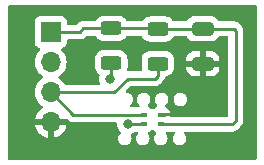
<source format=gbr>
%TF.GenerationSoftware,KiCad,Pcbnew,7.0.6-7.0.6~ubuntu22.04.1*%
%TF.CreationDate,2023-08-07T17:02:43+02:00*%
%TF.ProjectId,SHT45,53485434-352e-46b6-9963-61645f706362,rev?*%
%TF.SameCoordinates,Original*%
%TF.FileFunction,Copper,L1,Top*%
%TF.FilePolarity,Positive*%
%FSLAX46Y46*%
G04 Gerber Fmt 4.6, Leading zero omitted, Abs format (unit mm)*
G04 Created by KiCad (PCBNEW 7.0.6-7.0.6~ubuntu22.04.1) date 2023-08-07 17:02:43*
%MOMM*%
%LPD*%
G01*
G04 APERTURE LIST*
G04 Aperture macros list*
%AMRoundRect*
0 Rectangle with rounded corners*
0 $1 Rounding radius*
0 $2 $3 $4 $5 $6 $7 $8 $9 X,Y pos of 4 corners*
0 Add a 4 corners polygon primitive as box body*
4,1,4,$2,$3,$4,$5,$6,$7,$8,$9,$2,$3,0*
0 Add four circle primitives for the rounded corners*
1,1,$1+$1,$2,$3*
1,1,$1+$1,$4,$5*
1,1,$1+$1,$6,$7*
1,1,$1+$1,$8,$9*
0 Add four rect primitives between the rounded corners*
20,1,$1+$1,$2,$3,$4,$5,0*
20,1,$1+$1,$4,$5,$6,$7,0*
20,1,$1+$1,$6,$7,$8,$9,0*
20,1,$1+$1,$8,$9,$2,$3,0*%
G04 Aperture macros list end*
%TA.AperFunction,SMDPad,CuDef*%
%ADD10R,0.500000X0.300000*%
%TD*%
%TA.AperFunction,SMDPad,CuDef*%
%ADD11RoundRect,0.250000X-0.625000X0.312500X-0.625000X-0.312500X0.625000X-0.312500X0.625000X0.312500X0*%
%TD*%
%TA.AperFunction,ComponentPad*%
%ADD12R,1.700000X1.700000*%
%TD*%
%TA.AperFunction,ComponentPad*%
%ADD13O,1.700000X1.700000*%
%TD*%
%TA.AperFunction,SMDPad,CuDef*%
%ADD14RoundRect,0.250000X-0.650000X0.325000X-0.650000X-0.325000X0.650000X-0.325000X0.650000X0.325000X0*%
%TD*%
%TA.AperFunction,ViaPad*%
%ADD15C,0.800000*%
%TD*%
%TA.AperFunction,Conductor*%
%ADD16C,0.250000*%
%TD*%
G04 APERTURE END LIST*
D10*
%TO.P,SHT45,1,SDA*%
%TO.N,/SDA*%
X132970000Y-91198000D03*
%TO.P,SHT45,2,SCL*%
%TO.N,/SCL*%
X132970000Y-91998000D03*
%TO.P,SHT45,3,VDD*%
%TO.N,+3.3V*%
X134370000Y-91998000D03*
%TO.P,SHT45,4,VSS*%
%TO.N,GND*%
X134370000Y-91198000D03*
%TD*%
D11*
%TO.P,10k,1*%
%TO.N,+3.3V*%
X134112000Y-83943000D03*
%TO.P,10k,2*%
%TO.N,/SDA*%
X134112000Y-86868000D03*
%TD*%
%TO.P,10k,1*%
%TO.N,+3.3V*%
X130174000Y-83881000D03*
%TO.P,10k,2*%
%TO.N,/SCL*%
X130174000Y-86806000D03*
%TD*%
D12*
%TO.P,J1,1,Pin_1*%
%TO.N,+3.3V*%
X125044000Y-84196000D03*
D13*
%TO.P,J1,2,Pin_2*%
%TO.N,/SCL*%
X125044000Y-86736000D03*
%TO.P,J1,3,Pin_3*%
%TO.N,/SDA*%
X125044000Y-89276000D03*
%TO.P,J1,4,Pin_4*%
%TO.N,GND*%
X125044000Y-91816000D03*
%TD*%
D14*
%TO.P,100nF,1*%
%TO.N,+3.3V*%
X137922000Y-83918000D03*
%TO.P,100nF,2*%
%TO.N,GND*%
X137922000Y-86868000D03*
%TD*%
D15*
%TO.N,/SCL*%
X131572000Y-91948000D03*
X130048000Y-88138000D03*
%TD*%
D16*
%TO.N,/SCL*%
X130174000Y-86806000D02*
X130174000Y-88012000D01*
X130174000Y-88012000D02*
X130048000Y-88138000D01*
%TO.N,+3.3V*%
X127508000Y-84196000D02*
X125044000Y-84196000D01*
X130174000Y-83881000D02*
X127823000Y-83881000D01*
X127823000Y-83881000D02*
X127508000Y-84196000D01*
X130174000Y-83881000D02*
X134050000Y-83881000D01*
X134050000Y-83881000D02*
X134112000Y-83943000D01*
%TO.N,/SDA*%
X125044000Y-89276000D02*
X130434000Y-89276000D01*
X130434000Y-89276000D02*
X131572000Y-88138000D01*
X131572000Y-88138000D02*
X133858000Y-88138000D01*
X133858000Y-88138000D02*
X134112000Y-87884000D01*
X134112000Y-87884000D02*
X134112000Y-86868000D01*
%TO.N,+3.3V*%
X137922000Y-83918000D02*
X140560000Y-83918000D01*
X140716000Y-84074000D02*
X140716000Y-91694000D01*
X140560000Y-83918000D02*
X140716000Y-84074000D01*
X140716000Y-91694000D02*
X140412000Y-91998000D01*
X140412000Y-91998000D02*
X134370000Y-91998000D01*
%TO.N,/SCL*%
X131572000Y-91948000D02*
X131622000Y-91998000D01*
X131622000Y-91998000D02*
X132970000Y-91998000D01*
%TO.N,/SDA*%
X125044000Y-89276000D02*
X126966000Y-91198000D01*
X126966000Y-91198000D02*
X132970000Y-91198000D01*
%TO.N,/SCL*%
X130174000Y-86806000D02*
X130104000Y-86736000D01*
%TO.N,GND*%
X134696778Y-91186000D02*
X134620000Y-91186000D01*
%TO.N,+3.3V*%
X137922000Y-83918000D02*
X134137000Y-83918000D01*
X134137000Y-83918000D02*
X134112000Y-83943000D01*
%TD*%
%TA.AperFunction,Conductor*%
%TO.N,GND*%
G36*
X128858111Y-84526185D02*
G01*
X128896609Y-84565401D01*
X128956288Y-84662156D01*
X129080344Y-84786212D01*
X129229666Y-84878314D01*
X129396203Y-84933499D01*
X129498991Y-84944000D01*
X130849008Y-84943999D01*
X130951797Y-84933499D01*
X131118334Y-84878314D01*
X131267656Y-84786212D01*
X131391712Y-84662156D01*
X131451389Y-84565402D01*
X131503337Y-84518679D01*
X131556928Y-84506500D01*
X132691325Y-84506500D01*
X132758364Y-84526185D01*
X132796504Y-84569853D01*
X132798395Y-84568687D01*
X132802185Y-84574832D01*
X132802186Y-84574834D01*
X132894288Y-84724156D01*
X133018344Y-84848212D01*
X133167666Y-84940314D01*
X133334203Y-84995499D01*
X133436991Y-85006000D01*
X134787008Y-85005999D01*
X134889797Y-84995499D01*
X135056334Y-84940314D01*
X135205656Y-84848212D01*
X135329712Y-84724156D01*
X135404809Y-84602402D01*
X135456757Y-84555679D01*
X135510348Y-84543500D01*
X136506362Y-84543500D01*
X136573401Y-84563185D01*
X136611899Y-84602401D01*
X136679288Y-84711656D01*
X136803344Y-84835712D01*
X136952666Y-84927814D01*
X137119203Y-84982999D01*
X137221991Y-84993500D01*
X138622008Y-84993499D01*
X138724797Y-84982999D01*
X138891334Y-84927814D01*
X139040656Y-84835712D01*
X139164712Y-84711656D01*
X139232099Y-84602402D01*
X139284047Y-84555679D01*
X139337638Y-84543500D01*
X139966500Y-84543500D01*
X140033539Y-84563185D01*
X140079294Y-84615989D01*
X140090500Y-84667500D01*
X140090500Y-91248500D01*
X140070815Y-91315539D01*
X140018011Y-91361294D01*
X139966500Y-91372500D01*
X135195862Y-91372500D01*
X135128823Y-91352815D01*
X135122848Y-91348000D01*
X134675845Y-91348000D01*
X134669213Y-91347644D01*
X134668798Y-91347599D01*
X134667876Y-91347500D01*
X134667873Y-91347500D01*
X134344000Y-91347500D01*
X134276961Y-91327815D01*
X134231206Y-91275011D01*
X134220000Y-91223500D01*
X134220000Y-91172000D01*
X134239685Y-91104961D01*
X134292489Y-91059206D01*
X134344000Y-91048000D01*
X135120000Y-91048000D01*
X135120000Y-91000172D01*
X135119999Y-91000155D01*
X135113598Y-90940627D01*
X135113596Y-90940620D01*
X135063354Y-90805913D01*
X135063350Y-90805906D01*
X134977190Y-90690812D01*
X134977187Y-90690809D01*
X134862093Y-90604649D01*
X134862086Y-90604645D01*
X134811320Y-90585711D01*
X134755386Y-90543840D01*
X134730969Y-90478376D01*
X134745821Y-90410103D01*
X134766972Y-90381848D01*
X134768742Y-90380078D01*
X134794423Y-90360372D01*
X134803603Y-90355071D01*
X134823900Y-90332610D01*
X134838470Y-90321431D01*
X134849648Y-90306862D01*
X134868222Y-90293299D01*
X134877411Y-90277384D01*
X134897118Y-90251702D01*
X134904616Y-90244204D01*
X134918407Y-90217255D01*
X134929589Y-90202683D01*
X134936619Y-90185709D01*
X134951048Y-90167803D01*
X134955802Y-90150062D01*
X134968192Y-90120152D01*
X134973488Y-90110979D01*
X134979837Y-90081370D01*
X134986868Y-90064398D01*
X134994174Y-90008898D01*
X134995748Y-90000987D01*
X134998571Y-89990454D01*
X134998571Y-89990451D01*
X134999307Y-89987705D01*
X134999309Y-89987698D01*
X135005536Y-89964457D01*
X135005156Y-89956943D01*
X135442488Y-89956943D01*
X135447243Y-89974685D01*
X135451468Y-90006780D01*
X135451468Y-90017373D01*
X135460772Y-90046177D01*
X135463171Y-90064398D01*
X135463172Y-90064401D01*
X135470202Y-90081373D01*
X135472660Y-90104243D01*
X135481846Y-90120152D01*
X135494235Y-90150060D01*
X135496976Y-90160291D01*
X135513417Y-90185706D01*
X135520448Y-90202681D01*
X135531634Y-90217259D01*
X135539925Y-90238708D01*
X135552919Y-90251702D01*
X135572624Y-90277381D01*
X135577923Y-90286558D01*
X135600385Y-90306856D01*
X135606246Y-90314495D01*
X135611569Y-90321431D01*
X135626135Y-90332608D01*
X135626142Y-90332613D01*
X135639703Y-90351185D01*
X135655617Y-90360374D01*
X135681297Y-90380080D01*
X135688794Y-90387577D01*
X135715741Y-90401366D01*
X135715748Y-90401371D01*
X135730317Y-90412550D01*
X135747288Y-90419579D01*
X135765194Y-90434008D01*
X135782934Y-90438762D01*
X135812842Y-90451151D01*
X135822020Y-90456450D01*
X135851627Y-90462798D01*
X135851632Y-90462800D01*
X135868602Y-90469829D01*
X135886816Y-90472226D01*
X135907852Y-90481532D01*
X135926222Y-90481532D01*
X135958316Y-90485757D01*
X135968545Y-90488498D01*
X135998779Y-90486967D01*
X136017000Y-90489366D01*
X136035215Y-90486967D01*
X136057942Y-90490511D01*
X136075685Y-90485757D01*
X136107779Y-90481532D01*
X136118370Y-90481532D01*
X136147182Y-90472227D01*
X136165398Y-90469829D01*
X136182368Y-90462799D01*
X136205240Y-90460340D01*
X136221152Y-90451153D01*
X136251062Y-90438763D01*
X136261294Y-90436021D01*
X136286706Y-90419581D01*
X136303683Y-90412550D01*
X136318253Y-90401369D01*
X136339706Y-90393074D01*
X136352702Y-90380079D01*
X136378384Y-90360372D01*
X136387564Y-90355071D01*
X136407861Y-90332610D01*
X136422431Y-90321431D01*
X136433609Y-90306862D01*
X136452183Y-90293299D01*
X136461372Y-90277384D01*
X136481079Y-90251702D01*
X136488577Y-90244204D01*
X136502368Y-90217255D01*
X136513550Y-90202683D01*
X136520580Y-90185709D01*
X136535009Y-90167803D01*
X136539763Y-90150062D01*
X136552153Y-90120152D01*
X136557449Y-90110979D01*
X136563798Y-90081370D01*
X136570829Y-90064398D01*
X136578135Y-90008898D01*
X136579709Y-90000987D01*
X136582532Y-89990454D01*
X136582532Y-89990451D01*
X136583268Y-89987705D01*
X136583270Y-89987698D01*
X136589497Y-89964457D01*
X136587968Y-89934213D01*
X136590366Y-89916000D01*
X136587967Y-89897782D01*
X136591510Y-89875057D01*
X136583270Y-89844303D01*
X136583268Y-89844294D01*
X136582532Y-89841548D01*
X136582532Y-89841546D01*
X136579711Y-89831017D01*
X136578133Y-89823086D01*
X136570829Y-89767602D01*
X136563798Y-89750629D01*
X136561339Y-89727763D01*
X136552152Y-89711850D01*
X136539764Y-89681942D01*
X136537022Y-89671710D01*
X136520580Y-89646290D01*
X136513550Y-89629317D01*
X136513547Y-89629313D01*
X136502366Y-89614741D01*
X136494073Y-89593290D01*
X136481081Y-89580298D01*
X136461375Y-89554617D01*
X136456081Y-89545447D01*
X136433616Y-89525146D01*
X136422431Y-89510569D01*
X136422429Y-89510568D01*
X136422429Y-89510567D01*
X136407856Y-89499385D01*
X136394294Y-89480811D01*
X136378381Y-89471624D01*
X136352702Y-89451919D01*
X136345209Y-89444426D01*
X136318259Y-89430634D01*
X136303681Y-89419448D01*
X136286706Y-89412417D01*
X136268802Y-89397989D01*
X136251060Y-89393235D01*
X136221152Y-89380846D01*
X136211984Y-89375552D01*
X136182373Y-89369202D01*
X136165401Y-89362172D01*
X136165398Y-89362171D01*
X136147177Y-89359772D01*
X136126147Y-89350468D01*
X136107781Y-89350468D01*
X136075687Y-89346243D01*
X136065459Y-89343502D01*
X136035222Y-89345033D01*
X136017000Y-89342634D01*
X136016999Y-89342634D01*
X136016998Y-89342634D01*
X135998774Y-89345033D01*
X135976054Y-89341489D01*
X135958314Y-89346243D01*
X135926219Y-89350468D01*
X135915632Y-89350468D01*
X135886823Y-89359772D01*
X135868599Y-89362171D01*
X135851620Y-89369204D01*
X135828758Y-89371660D01*
X135812847Y-89380847D01*
X135782944Y-89393233D01*
X135772711Y-89395974D01*
X135747297Y-89412415D01*
X135730327Y-89419444D01*
X135730313Y-89419452D01*
X135715735Y-89430638D01*
X135694284Y-89438929D01*
X135681295Y-89451919D01*
X135655616Y-89471624D01*
X135646449Y-89476916D01*
X135626150Y-89499379D01*
X135611568Y-89510568D01*
X135600379Y-89525150D01*
X135581807Y-89538709D01*
X135572624Y-89554616D01*
X135552919Y-89580295D01*
X135545429Y-89587784D01*
X135531638Y-89614735D01*
X135520452Y-89629313D01*
X135520444Y-89629327D01*
X135513415Y-89646297D01*
X135498988Y-89664198D01*
X135494233Y-89681944D01*
X135481847Y-89711847D01*
X135476549Y-89721022D01*
X135470204Y-89750620D01*
X135463171Y-89767599D01*
X135460772Y-89785823D01*
X135451468Y-89806852D01*
X135451468Y-89825218D01*
X135447243Y-89857312D01*
X135444501Y-89867543D01*
X135446033Y-89897774D01*
X135443634Y-89915998D01*
X135443634Y-89916000D01*
X135443658Y-89916184D01*
X135446033Y-89934222D01*
X135442488Y-89956943D01*
X135005156Y-89956943D01*
X135004007Y-89934213D01*
X135006405Y-89916000D01*
X135004006Y-89897782D01*
X135007549Y-89875057D01*
X134999309Y-89844303D01*
X134999307Y-89844294D01*
X134998571Y-89841548D01*
X134998571Y-89841546D01*
X134995750Y-89831017D01*
X134994172Y-89823086D01*
X134986868Y-89767602D01*
X134979837Y-89750629D01*
X134977378Y-89727763D01*
X134968191Y-89711850D01*
X134955803Y-89681942D01*
X134953061Y-89671710D01*
X134936619Y-89646290D01*
X134929589Y-89629317D01*
X134929586Y-89629313D01*
X134918405Y-89614741D01*
X134910112Y-89593290D01*
X134897120Y-89580298D01*
X134877414Y-89554617D01*
X134872120Y-89545447D01*
X134849655Y-89525146D01*
X134838470Y-89510569D01*
X134838468Y-89510568D01*
X134838468Y-89510567D01*
X134823895Y-89499385D01*
X134810333Y-89480811D01*
X134794420Y-89471624D01*
X134768741Y-89451919D01*
X134761248Y-89444426D01*
X134734298Y-89430634D01*
X134719720Y-89419448D01*
X134702745Y-89412417D01*
X134684841Y-89397989D01*
X134667099Y-89393235D01*
X134637191Y-89380846D01*
X134628023Y-89375552D01*
X134598412Y-89369202D01*
X134581440Y-89362172D01*
X134581437Y-89362171D01*
X134563216Y-89359772D01*
X134542186Y-89350468D01*
X134523820Y-89350468D01*
X134491726Y-89346243D01*
X134481498Y-89343502D01*
X134451261Y-89345033D01*
X134433039Y-89342634D01*
X134433038Y-89342634D01*
X134433037Y-89342634D01*
X134414813Y-89345033D01*
X134392093Y-89341489D01*
X134374353Y-89346243D01*
X134342258Y-89350468D01*
X134331671Y-89350468D01*
X134302862Y-89359772D01*
X134284638Y-89362171D01*
X134267659Y-89369204D01*
X134244797Y-89371660D01*
X134228886Y-89380847D01*
X134198983Y-89393233D01*
X134188750Y-89395974D01*
X134163336Y-89412415D01*
X134146366Y-89419444D01*
X134146352Y-89419452D01*
X134131774Y-89430638D01*
X134110323Y-89438929D01*
X134097334Y-89451919D01*
X134071655Y-89471624D01*
X134062488Y-89476916D01*
X134042189Y-89499379D01*
X134027607Y-89510568D01*
X134016418Y-89525150D01*
X133997846Y-89538709D01*
X133988663Y-89554616D01*
X133968958Y-89580295D01*
X133961468Y-89587784D01*
X133947677Y-89614735D01*
X133936491Y-89629313D01*
X133936483Y-89629327D01*
X133929454Y-89646297D01*
X133915027Y-89664198D01*
X133910272Y-89681944D01*
X133897886Y-89711847D01*
X133892588Y-89721022D01*
X133886243Y-89750620D01*
X133879210Y-89767600D01*
X133876811Y-89785824D01*
X133867506Y-89806856D01*
X133867506Y-89825222D01*
X133863281Y-89857316D01*
X133860540Y-89867544D01*
X133862072Y-89897774D01*
X133859673Y-89915998D01*
X133859673Y-89916000D01*
X133859697Y-89916184D01*
X133862072Y-89934222D01*
X133858527Y-89956944D01*
X133863281Y-89974683D01*
X133867506Y-90006777D01*
X133867506Y-90017364D01*
X133876811Y-90046175D01*
X133879210Y-90064396D01*
X133879211Y-90064401D01*
X133886241Y-90081373D01*
X133888699Y-90104243D01*
X133897885Y-90120152D01*
X133910274Y-90150060D01*
X133913015Y-90160291D01*
X133929456Y-90185706D01*
X133936487Y-90202681D01*
X133947673Y-90217259D01*
X133955964Y-90238708D01*
X133968958Y-90251702D01*
X133988663Y-90277381D01*
X133993962Y-90286558D01*
X134016424Y-90306856D01*
X134022285Y-90314495D01*
X134027608Y-90321431D01*
X134042174Y-90332608D01*
X134042181Y-90332613D01*
X134083383Y-90389042D01*
X134087537Y-90458788D01*
X134069801Y-90499870D01*
X134064031Y-90508507D01*
X134063791Y-90508346D01*
X134060202Y-90517314D01*
X134006062Y-90556849D01*
X133877911Y-90604646D01*
X133877906Y-90604649D01*
X133762812Y-90690809D01*
X133758038Y-90695584D01*
X133696715Y-90729069D01*
X133627023Y-90724085D01*
X133582676Y-90695584D01*
X133577544Y-90690452D01*
X133462335Y-90604206D01*
X133462330Y-90604203D01*
X133335759Y-90556995D01*
X133279826Y-90515123D01*
X133276485Y-90506167D01*
X133272286Y-90499883D01*
X133262570Y-90468859D01*
X133255409Y-90449659D01*
X133255879Y-90447494D01*
X133251405Y-90433206D01*
X133269886Y-90365825D01*
X133299900Y-90332610D01*
X133314470Y-90321431D01*
X133325648Y-90306862D01*
X133344222Y-90293299D01*
X133353411Y-90277384D01*
X133373118Y-90251702D01*
X133380616Y-90244204D01*
X133394407Y-90217255D01*
X133405589Y-90202683D01*
X133412619Y-90185709D01*
X133427048Y-90167803D01*
X133431802Y-90150062D01*
X133444192Y-90120152D01*
X133449488Y-90110979D01*
X133455837Y-90081370D01*
X133462868Y-90064398D01*
X133470174Y-90008898D01*
X133471748Y-90000987D01*
X133474571Y-89990454D01*
X133474571Y-89990451D01*
X133475307Y-89987705D01*
X133475309Y-89987698D01*
X133481536Y-89964457D01*
X133480007Y-89934213D01*
X133482405Y-89916000D01*
X133480006Y-89897782D01*
X133483549Y-89875057D01*
X133475309Y-89844303D01*
X133475307Y-89844294D01*
X133474571Y-89841548D01*
X133474571Y-89841546D01*
X133471750Y-89831017D01*
X133470172Y-89823086D01*
X133462868Y-89767602D01*
X133455837Y-89750629D01*
X133453378Y-89727763D01*
X133444191Y-89711850D01*
X133431803Y-89681942D01*
X133429061Y-89671710D01*
X133412619Y-89646290D01*
X133405589Y-89629317D01*
X133405586Y-89629313D01*
X133394405Y-89614741D01*
X133386112Y-89593290D01*
X133373120Y-89580298D01*
X133353414Y-89554617D01*
X133348120Y-89545447D01*
X133325655Y-89525146D01*
X133314470Y-89510569D01*
X133314468Y-89510568D01*
X133314468Y-89510567D01*
X133299895Y-89499385D01*
X133286333Y-89480811D01*
X133270420Y-89471624D01*
X133244741Y-89451919D01*
X133237248Y-89444426D01*
X133210298Y-89430634D01*
X133195720Y-89419448D01*
X133178745Y-89412417D01*
X133160841Y-89397989D01*
X133143099Y-89393235D01*
X133113191Y-89380846D01*
X133104023Y-89375552D01*
X133074412Y-89369202D01*
X133057440Y-89362172D01*
X133057437Y-89362171D01*
X133039216Y-89359772D01*
X133018186Y-89350468D01*
X132999820Y-89350468D01*
X132967726Y-89346243D01*
X132957498Y-89343502D01*
X132927261Y-89345033D01*
X132909039Y-89342634D01*
X132909038Y-89342634D01*
X132909037Y-89342634D01*
X132890813Y-89345033D01*
X132868093Y-89341489D01*
X132850353Y-89346243D01*
X132818258Y-89350468D01*
X132807671Y-89350468D01*
X132778862Y-89359772D01*
X132760638Y-89362171D01*
X132743659Y-89369204D01*
X132720797Y-89371660D01*
X132704886Y-89380847D01*
X132674983Y-89393233D01*
X132664750Y-89395974D01*
X132639336Y-89412415D01*
X132622366Y-89419444D01*
X132622352Y-89419452D01*
X132607774Y-89430638D01*
X132586323Y-89438929D01*
X132573334Y-89451919D01*
X132547655Y-89471624D01*
X132538488Y-89476916D01*
X132518189Y-89499379D01*
X132503607Y-89510568D01*
X132492418Y-89525150D01*
X132473846Y-89538709D01*
X132464663Y-89554616D01*
X132444958Y-89580295D01*
X132437468Y-89587784D01*
X132423677Y-89614735D01*
X132412491Y-89629313D01*
X132412483Y-89629327D01*
X132405454Y-89646297D01*
X132391027Y-89664198D01*
X132386272Y-89681944D01*
X132373886Y-89711847D01*
X132368588Y-89721022D01*
X132362243Y-89750620D01*
X132355210Y-89767600D01*
X132352811Y-89785824D01*
X132343506Y-89806856D01*
X132343506Y-89825222D01*
X132339281Y-89857316D01*
X132336540Y-89867544D01*
X132338072Y-89897774D01*
X132335673Y-89915998D01*
X132335673Y-89916000D01*
X132335697Y-89916184D01*
X132338072Y-89934222D01*
X132334527Y-89956944D01*
X132339281Y-89974683D01*
X132343506Y-90006777D01*
X132343506Y-90017364D01*
X132352811Y-90046175D01*
X132355210Y-90064396D01*
X132355211Y-90064401D01*
X132362241Y-90081373D01*
X132364699Y-90104243D01*
X132373885Y-90120152D01*
X132386274Y-90150060D01*
X132389015Y-90160291D01*
X132405456Y-90185706D01*
X132412487Y-90202681D01*
X132423673Y-90217259D01*
X132431964Y-90238708D01*
X132444958Y-90251702D01*
X132464663Y-90277381D01*
X132469962Y-90286558D01*
X132492424Y-90306856D01*
X132498285Y-90314495D01*
X132503608Y-90321431D01*
X132518174Y-90332608D01*
X132518181Y-90332613D01*
X132557380Y-90386299D01*
X132562511Y-90391680D01*
X132575734Y-90460287D01*
X132549766Y-90525152D01*
X132492852Y-90565680D01*
X132452295Y-90572500D01*
X131901742Y-90572500D01*
X131834703Y-90552815D01*
X131788948Y-90500011D01*
X131779004Y-90430853D01*
X131801555Y-90381472D01*
X131805847Y-90365825D01*
X131835861Y-90332610D01*
X131850431Y-90321431D01*
X131861609Y-90306862D01*
X131880183Y-90293299D01*
X131889372Y-90277384D01*
X131909079Y-90251702D01*
X131916577Y-90244204D01*
X131930368Y-90217255D01*
X131941550Y-90202683D01*
X131948580Y-90185709D01*
X131963009Y-90167803D01*
X131967763Y-90150062D01*
X131980153Y-90120152D01*
X131985449Y-90110979D01*
X131991798Y-90081370D01*
X131998829Y-90064398D01*
X132006135Y-90008898D01*
X132007709Y-90000987D01*
X132010532Y-89990454D01*
X132010532Y-89990451D01*
X132011268Y-89987705D01*
X132011270Y-89987698D01*
X132017497Y-89964457D01*
X132015968Y-89934213D01*
X132018366Y-89916000D01*
X132015967Y-89897782D01*
X132019510Y-89875057D01*
X132011270Y-89844303D01*
X132011268Y-89844294D01*
X132010532Y-89841548D01*
X132010532Y-89841546D01*
X132007711Y-89831017D01*
X132006133Y-89823086D01*
X131998829Y-89767602D01*
X131991798Y-89750629D01*
X131989339Y-89727763D01*
X131980152Y-89711850D01*
X131967764Y-89681942D01*
X131965022Y-89671710D01*
X131948580Y-89646290D01*
X131941550Y-89629317D01*
X131941547Y-89629313D01*
X131930366Y-89614741D01*
X131922073Y-89593290D01*
X131909081Y-89580298D01*
X131889375Y-89554617D01*
X131884081Y-89545447D01*
X131861616Y-89525146D01*
X131850431Y-89510569D01*
X131850429Y-89510568D01*
X131850429Y-89510567D01*
X131835856Y-89499385D01*
X131822294Y-89480811D01*
X131806381Y-89471624D01*
X131780702Y-89451919D01*
X131773209Y-89444426D01*
X131746259Y-89430634D01*
X131731681Y-89419448D01*
X131714706Y-89412417D01*
X131696802Y-89397989D01*
X131679060Y-89393235D01*
X131649152Y-89380846D01*
X131639984Y-89375552D01*
X131610373Y-89369202D01*
X131593401Y-89362172D01*
X131593398Y-89362171D01*
X131575177Y-89359772D01*
X131554147Y-89350468D01*
X131543484Y-89350468D01*
X131476445Y-89330783D01*
X131430690Y-89277979D01*
X131420746Y-89208821D01*
X131449771Y-89145265D01*
X131455803Y-89138787D01*
X131794772Y-88799819D01*
X131856095Y-88766334D01*
X131882453Y-88763500D01*
X133775257Y-88763500D01*
X133790877Y-88765224D01*
X133790904Y-88764939D01*
X133798660Y-88765671D01*
X133798667Y-88765673D01*
X133867814Y-88763500D01*
X133897350Y-88763500D01*
X133904228Y-88762630D01*
X133910041Y-88762172D01*
X133956627Y-88760709D01*
X133975869Y-88755117D01*
X133994912Y-88751174D01*
X134014792Y-88748664D01*
X134058122Y-88731507D01*
X134063646Y-88729617D01*
X134067396Y-88728527D01*
X134108390Y-88716618D01*
X134125629Y-88706422D01*
X134143103Y-88697862D01*
X134161727Y-88690488D01*
X134161727Y-88690487D01*
X134161732Y-88690486D01*
X134199449Y-88663082D01*
X134204305Y-88659892D01*
X134244420Y-88636170D01*
X134258589Y-88621999D01*
X134273379Y-88609368D01*
X134289587Y-88597594D01*
X134319289Y-88561688D01*
X134323211Y-88557377D01*
X134495788Y-88384801D01*
X134508050Y-88374979D01*
X134507867Y-88374758D01*
X134513876Y-88369787D01*
X134561227Y-88319363D01*
X134582115Y-88298476D01*
X134582115Y-88298475D01*
X134582120Y-88298471D01*
X134586379Y-88292978D01*
X134590152Y-88288561D01*
X134622062Y-88254582D01*
X134631713Y-88237024D01*
X134642396Y-88220761D01*
X134654673Y-88204936D01*
X134673185Y-88162153D01*
X134675738Y-88156941D01*
X134698197Y-88116092D01*
X134703180Y-88096680D01*
X134709481Y-88078280D01*
X134717437Y-88059896D01*
X134722114Y-88030364D01*
X134752041Y-87967231D01*
X134811352Y-87930299D01*
X134831982Y-87926404D01*
X134889797Y-87920499D01*
X135056334Y-87865314D01*
X135205656Y-87773212D01*
X135329712Y-87649156D01*
X135421814Y-87499834D01*
X135476999Y-87333297D01*
X135487500Y-87230509D01*
X135487500Y-87118000D01*
X136522001Y-87118000D01*
X136522001Y-87242986D01*
X136532494Y-87345697D01*
X136587641Y-87512119D01*
X136587643Y-87512124D01*
X136679684Y-87661345D01*
X136803654Y-87785315D01*
X136952875Y-87877356D01*
X136952880Y-87877358D01*
X137119302Y-87932505D01*
X137119309Y-87932506D01*
X137222019Y-87942999D01*
X137671999Y-87942999D01*
X137672000Y-87942998D01*
X137672000Y-87118000D01*
X138172000Y-87118000D01*
X138172000Y-87942999D01*
X138621972Y-87942999D01*
X138621986Y-87942998D01*
X138724697Y-87932505D01*
X138891119Y-87877358D01*
X138891124Y-87877356D01*
X139040345Y-87785315D01*
X139164315Y-87661345D01*
X139256356Y-87512124D01*
X139256358Y-87512119D01*
X139311505Y-87345697D01*
X139311506Y-87345690D01*
X139321999Y-87242986D01*
X139322000Y-87242973D01*
X139322000Y-87118000D01*
X138172000Y-87118000D01*
X137672000Y-87118000D01*
X136522001Y-87118000D01*
X135487500Y-87118000D01*
X135487499Y-86618000D01*
X136522000Y-86618000D01*
X137672000Y-86618000D01*
X137672000Y-85793000D01*
X138172000Y-85793000D01*
X138172000Y-86618000D01*
X139321999Y-86618000D01*
X139321999Y-86493028D01*
X139321998Y-86493013D01*
X139311505Y-86390302D01*
X139256358Y-86223880D01*
X139256356Y-86223875D01*
X139164315Y-86074654D01*
X139040345Y-85950684D01*
X138891124Y-85858643D01*
X138891119Y-85858641D01*
X138724697Y-85803494D01*
X138724690Y-85803493D01*
X138621986Y-85793000D01*
X138172000Y-85793000D01*
X137672000Y-85793000D01*
X137222028Y-85793000D01*
X137222012Y-85793001D01*
X137119302Y-85803494D01*
X136952880Y-85858641D01*
X136952875Y-85858643D01*
X136803654Y-85950684D01*
X136679684Y-86074654D01*
X136587643Y-86223875D01*
X136587641Y-86223880D01*
X136532494Y-86390302D01*
X136532493Y-86390309D01*
X136522000Y-86493013D01*
X136522000Y-86618000D01*
X135487499Y-86618000D01*
X135487499Y-86505492D01*
X135486998Y-86500592D01*
X135476999Y-86402703D01*
X135476998Y-86402700D01*
X135472890Y-86390302D01*
X135421814Y-86236166D01*
X135329712Y-86086844D01*
X135205656Y-85962788D01*
X135056334Y-85870686D01*
X134889797Y-85815501D01*
X134889795Y-85815500D01*
X134787010Y-85805000D01*
X133436998Y-85805000D01*
X133436981Y-85805001D01*
X133334203Y-85815500D01*
X133334200Y-85815501D01*
X133167668Y-85870685D01*
X133167663Y-85870687D01*
X133018342Y-85962789D01*
X132894289Y-86086842D01*
X132802187Y-86236163D01*
X132802185Y-86236166D01*
X132802186Y-86236166D01*
X132747001Y-86402703D01*
X132747001Y-86402704D01*
X132747000Y-86402704D01*
X132736500Y-86505483D01*
X132736500Y-87230501D01*
X132736501Y-87230519D01*
X132747000Y-87333296D01*
X132747001Y-87333301D01*
X132752369Y-87349499D01*
X132754769Y-87419327D01*
X132719036Y-87479368D01*
X132656515Y-87510559D01*
X132634662Y-87512500D01*
X131654743Y-87512500D01*
X131639122Y-87510775D01*
X131639096Y-87511061D01*
X131623562Y-87509592D01*
X131623790Y-87507176D01*
X131567794Y-87492623D01*
X131520408Y-87441278D01*
X131508304Y-87372465D01*
X131513825Y-87347265D01*
X131538999Y-87271297D01*
X131549500Y-87168509D01*
X131549499Y-86443492D01*
X131545332Y-86402704D01*
X131538999Y-86340703D01*
X131538998Y-86340700D01*
X131516347Y-86272344D01*
X131483814Y-86174166D01*
X131391712Y-86024844D01*
X131267656Y-85900788D01*
X131129383Y-85815501D01*
X131118336Y-85808687D01*
X131118331Y-85808685D01*
X131107210Y-85805000D01*
X130951797Y-85753501D01*
X130951795Y-85753500D01*
X130849010Y-85743000D01*
X129498998Y-85743000D01*
X129498981Y-85743001D01*
X129396203Y-85753500D01*
X129396200Y-85753501D01*
X129229668Y-85808685D01*
X129229663Y-85808687D01*
X129080342Y-85900789D01*
X128956289Y-86024842D01*
X128864187Y-86174163D01*
X128864185Y-86174168D01*
X128836349Y-86258170D01*
X128809001Y-86340703D01*
X128809001Y-86340704D01*
X128809000Y-86340704D01*
X128798500Y-86443483D01*
X128798500Y-87168501D01*
X128798501Y-87168519D01*
X128809000Y-87271296D01*
X128809001Y-87271299D01*
X128842525Y-87372465D01*
X128864186Y-87437834D01*
X128956288Y-87587156D01*
X129080344Y-87711212D01*
X129107318Y-87727850D01*
X129130251Y-87741995D01*
X129176976Y-87793943D01*
X129188197Y-87862905D01*
X129183086Y-87885849D01*
X129162326Y-87949742D01*
X129162326Y-87949743D01*
X129144843Y-88116092D01*
X129142540Y-88138000D01*
X129162326Y-88326256D01*
X129162327Y-88326259D01*
X129214939Y-88488182D01*
X129216934Y-88558023D01*
X129180854Y-88617856D01*
X129118153Y-88648684D01*
X129097008Y-88650500D01*
X126319227Y-88650500D01*
X126252188Y-88630815D01*
X126217652Y-88597623D01*
X126082494Y-88404597D01*
X125915402Y-88237506D01*
X125915401Y-88237505D01*
X125742010Y-88116095D01*
X125729841Y-88107574D01*
X125686216Y-88052997D01*
X125679024Y-87983498D01*
X125710546Y-87921144D01*
X125729836Y-87904428D01*
X125915401Y-87774495D01*
X126082495Y-87607401D01*
X126218035Y-87413830D01*
X126317903Y-87199663D01*
X126379063Y-86971408D01*
X126399659Y-86736000D01*
X126379063Y-86500592D01*
X126317903Y-86272337D01*
X126218035Y-86058171D01*
X126194699Y-86024844D01*
X126082496Y-85864600D01*
X126022896Y-85805000D01*
X125960567Y-85742671D01*
X125927084Y-85681351D01*
X125932068Y-85611659D01*
X125973939Y-85555725D01*
X126004915Y-85538810D01*
X126136331Y-85489796D01*
X126251546Y-85403546D01*
X126337796Y-85288331D01*
X126388091Y-85153483D01*
X126394500Y-85093873D01*
X126394500Y-84945499D01*
X126414185Y-84878461D01*
X126466989Y-84832706D01*
X126518500Y-84821500D01*
X127425257Y-84821500D01*
X127440877Y-84823224D01*
X127440904Y-84822939D01*
X127448660Y-84823671D01*
X127448667Y-84823673D01*
X127517814Y-84821500D01*
X127547350Y-84821500D01*
X127554228Y-84820630D01*
X127560041Y-84820172D01*
X127606627Y-84818709D01*
X127625869Y-84813117D01*
X127644912Y-84809174D01*
X127664792Y-84806664D01*
X127708122Y-84789507D01*
X127713646Y-84787617D01*
X127718489Y-84786210D01*
X127758390Y-84774618D01*
X127775629Y-84764422D01*
X127793103Y-84755862D01*
X127811727Y-84748488D01*
X127811727Y-84748487D01*
X127811732Y-84748486D01*
X127849449Y-84721082D01*
X127854305Y-84717892D01*
X127894420Y-84694170D01*
X127908589Y-84679999D01*
X127923379Y-84667368D01*
X127939587Y-84655594D01*
X127969294Y-84619682D01*
X127973206Y-84615382D01*
X128004720Y-84583868D01*
X128045773Y-84542818D01*
X128107097Y-84509333D01*
X128133453Y-84506500D01*
X128791072Y-84506500D01*
X128858111Y-84526185D01*
G37*
%TD.AperFunction*%
%TA.AperFunction,Conductor*%
G36*
X142436539Y-81935185D02*
G01*
X142482294Y-81987989D01*
X142493500Y-82039500D01*
X142493500Y-94871500D01*
X142473815Y-94938539D01*
X142421011Y-94984294D01*
X142369500Y-94995500D01*
X121536500Y-94995500D01*
X121469461Y-94975815D01*
X121423706Y-94923011D01*
X121412500Y-94871500D01*
X121412500Y-89276000D01*
X123688341Y-89276000D01*
X123708936Y-89511403D01*
X123708938Y-89511413D01*
X123770094Y-89739655D01*
X123770096Y-89739659D01*
X123770097Y-89739663D01*
X123852410Y-89916184D01*
X123869965Y-89953830D01*
X123869967Y-89953834D01*
X124005501Y-90147395D01*
X124005506Y-90147402D01*
X124172597Y-90314493D01*
X124172603Y-90314498D01*
X124198467Y-90332608D01*
X124338775Y-90430853D01*
X124358594Y-90444730D01*
X124402219Y-90499307D01*
X124409413Y-90568805D01*
X124377890Y-90631160D01*
X124358595Y-90647880D01*
X124172922Y-90777890D01*
X124172920Y-90777891D01*
X124005891Y-90944920D01*
X124005886Y-90944926D01*
X123870400Y-91138420D01*
X123870399Y-91138422D01*
X123770570Y-91352507D01*
X123770567Y-91352513D01*
X123713364Y-91565999D01*
X123713364Y-91566000D01*
X124610314Y-91566000D01*
X124584507Y-91606156D01*
X124544000Y-91744111D01*
X124544000Y-91887889D01*
X124584507Y-92025844D01*
X124610314Y-92066000D01*
X123713364Y-92066000D01*
X123770567Y-92279486D01*
X123770570Y-92279492D01*
X123870399Y-92493578D01*
X124005894Y-92687082D01*
X124172917Y-92854105D01*
X124366421Y-92989600D01*
X124580507Y-93089429D01*
X124580516Y-93089433D01*
X124794000Y-93146634D01*
X124794000Y-92251501D01*
X124901685Y-92300680D01*
X125008237Y-92316000D01*
X125079763Y-92316000D01*
X125186315Y-92300680D01*
X125294000Y-92251501D01*
X125294000Y-93146633D01*
X125507483Y-93089433D01*
X125507492Y-93089429D01*
X125721578Y-92989600D01*
X125915082Y-92854105D01*
X126082105Y-92687082D01*
X126217600Y-92493578D01*
X126317429Y-92279492D01*
X126317432Y-92279486D01*
X126374636Y-92066000D01*
X125477686Y-92066000D01*
X125503493Y-92025844D01*
X125544000Y-91887889D01*
X125544000Y-91744111D01*
X125503493Y-91606156D01*
X125477686Y-91566000D01*
X126395043Y-91566000D01*
X126462082Y-91585685D01*
X126479926Y-91599607D01*
X126480214Y-91599877D01*
X126530635Y-91647226D01*
X126551529Y-91668120D01*
X126557011Y-91672373D01*
X126561443Y-91676157D01*
X126595418Y-91708062D01*
X126612976Y-91717714D01*
X126629235Y-91728395D01*
X126645064Y-91740673D01*
X126687838Y-91759182D01*
X126693056Y-91761738D01*
X126733908Y-91784197D01*
X126753316Y-91789180D01*
X126771717Y-91795480D01*
X126790104Y-91803437D01*
X126833488Y-91810308D01*
X126836119Y-91810725D01*
X126841839Y-91811909D01*
X126886981Y-91823500D01*
X126907016Y-91823500D01*
X126926414Y-91825026D01*
X126946194Y-91828159D01*
X126946195Y-91828160D01*
X126946195Y-91828159D01*
X126946196Y-91828160D01*
X126992583Y-91823775D01*
X126998422Y-91823500D01*
X130542540Y-91823500D01*
X130609579Y-91843185D01*
X130655334Y-91895989D01*
X130665256Y-91941600D01*
X130665861Y-91941537D01*
X130666438Y-91947035D01*
X130666540Y-91947500D01*
X130666540Y-91947997D01*
X130666540Y-91948000D01*
X130686326Y-92136256D01*
X130686327Y-92136259D01*
X130744818Y-92316277D01*
X130744821Y-92316284D01*
X130839467Y-92480216D01*
X130950898Y-92603972D01*
X130981128Y-92666963D01*
X130972503Y-92736298D01*
X130962661Y-92748102D01*
X130957156Y-92768172D01*
X130927152Y-92801378D01*
X130912567Y-92812570D01*
X130901379Y-92827150D01*
X130882807Y-92840709D01*
X130873624Y-92856616D01*
X130853919Y-92882295D01*
X130846429Y-92889784D01*
X130832638Y-92916735D01*
X130821452Y-92931313D01*
X130821444Y-92931327D01*
X130814415Y-92948297D01*
X130799988Y-92966198D01*
X130795233Y-92983944D01*
X130782847Y-93013847D01*
X130777549Y-93023022D01*
X130771204Y-93052620D01*
X130764171Y-93069599D01*
X130761772Y-93087823D01*
X130752468Y-93108852D01*
X130752468Y-93127218D01*
X130748243Y-93159312D01*
X130745501Y-93169543D01*
X130747033Y-93199774D01*
X130744634Y-93217998D01*
X130744634Y-93218000D01*
X130747031Y-93236209D01*
X130747033Y-93236222D01*
X130743488Y-93258943D01*
X130748243Y-93276685D01*
X130752468Y-93308780D01*
X130752468Y-93319373D01*
X130761772Y-93348177D01*
X130764171Y-93366398D01*
X130764172Y-93366401D01*
X130771202Y-93383373D01*
X130773660Y-93406243D01*
X130782846Y-93422152D01*
X130795235Y-93452060D01*
X130797976Y-93462291D01*
X130814417Y-93487706D01*
X130821448Y-93504681D01*
X130832634Y-93519259D01*
X130840925Y-93540708D01*
X130853919Y-93553702D01*
X130873624Y-93579381D01*
X130878923Y-93588558D01*
X130901385Y-93608856D01*
X130912569Y-93623431D01*
X130927135Y-93634608D01*
X130927142Y-93634613D01*
X130940703Y-93653185D01*
X130956617Y-93662374D01*
X130982297Y-93682080D01*
X130989794Y-93689577D01*
X131016741Y-93703366D01*
X131016748Y-93703371D01*
X131031317Y-93714550D01*
X131048288Y-93721579D01*
X131066194Y-93736008D01*
X131083934Y-93740762D01*
X131113842Y-93753151D01*
X131123020Y-93758450D01*
X131152627Y-93764798D01*
X131152632Y-93764800D01*
X131169602Y-93771829D01*
X131187816Y-93774226D01*
X131208852Y-93783532D01*
X131227222Y-93783532D01*
X131259316Y-93787757D01*
X131269545Y-93790498D01*
X131299779Y-93788967D01*
X131318000Y-93791366D01*
X131336215Y-93788967D01*
X131358942Y-93792511D01*
X131376685Y-93787757D01*
X131408779Y-93783532D01*
X131419370Y-93783532D01*
X131448182Y-93774227D01*
X131466398Y-93771829D01*
X131483368Y-93764799D01*
X131506240Y-93762340D01*
X131522152Y-93753153D01*
X131552062Y-93740763D01*
X131562294Y-93738021D01*
X131587706Y-93721581D01*
X131604683Y-93714550D01*
X131619253Y-93703369D01*
X131640706Y-93695074D01*
X131653702Y-93682079D01*
X131679384Y-93662372D01*
X131688564Y-93657071D01*
X131708861Y-93634610D01*
X131723431Y-93623431D01*
X131734609Y-93608862D01*
X131753183Y-93595299D01*
X131762372Y-93579384D01*
X131782079Y-93553702D01*
X131789577Y-93546204D01*
X131803368Y-93519255D01*
X131814550Y-93504683D01*
X131821580Y-93487709D01*
X131836009Y-93469803D01*
X131840763Y-93452062D01*
X131853153Y-93422152D01*
X131858449Y-93412979D01*
X131864798Y-93383370D01*
X131871829Y-93366398D01*
X131879135Y-93310898D01*
X131880709Y-93302987D01*
X131883532Y-93292454D01*
X131883931Y-93290968D01*
X131884266Y-93289714D01*
X131884270Y-93289698D01*
X131890497Y-93266457D01*
X131888968Y-93236213D01*
X131891366Y-93218000D01*
X131888967Y-93199782D01*
X131892510Y-93177057D01*
X131884270Y-93146303D01*
X131884268Y-93146294D01*
X131883532Y-93143548D01*
X131883532Y-93143546D01*
X131880711Y-93133017D01*
X131879133Y-93125086D01*
X131871829Y-93069602D01*
X131864798Y-93052629D01*
X131862339Y-93029763D01*
X131853152Y-93013850D01*
X131840764Y-92983942D01*
X131827506Y-92934462D01*
X131829169Y-92864612D01*
X131868332Y-92806750D01*
X131896845Y-92789090D01*
X131950621Y-92765147D01*
X132024730Y-92732151D01*
X132074503Y-92695989D01*
X132141681Y-92647182D01*
X132207487Y-92623702D01*
X132214566Y-92623500D01*
X132317439Y-92623500D01*
X132384478Y-92643185D01*
X132430233Y-92695989D01*
X132440177Y-92765147D01*
X132424826Y-92809500D01*
X132397624Y-92856615D01*
X132377919Y-92882295D01*
X132370429Y-92889784D01*
X132356638Y-92916735D01*
X132345452Y-92931313D01*
X132345444Y-92931327D01*
X132338415Y-92948297D01*
X132323988Y-92966198D01*
X132319233Y-92983944D01*
X132306847Y-93013847D01*
X132301549Y-93023022D01*
X132295204Y-93052620D01*
X132288171Y-93069599D01*
X132285772Y-93087823D01*
X132276467Y-93108853D01*
X132276467Y-93127220D01*
X132272242Y-93159310D01*
X132269501Y-93169539D01*
X132271033Y-93199774D01*
X132268634Y-93217998D01*
X132268634Y-93218000D01*
X132271031Y-93236209D01*
X132271033Y-93236222D01*
X132267488Y-93258946D01*
X132272242Y-93276687D01*
X132276467Y-93308778D01*
X132276467Y-93319370D01*
X132285772Y-93348177D01*
X132288171Y-93366398D01*
X132288172Y-93366401D01*
X132295202Y-93383373D01*
X132297660Y-93406243D01*
X132306846Y-93422152D01*
X132319235Y-93452060D01*
X132321976Y-93462291D01*
X132338417Y-93487706D01*
X132345448Y-93504681D01*
X132356634Y-93519259D01*
X132364925Y-93540708D01*
X132377919Y-93553702D01*
X132397624Y-93579381D01*
X132402923Y-93588558D01*
X132425385Y-93608856D01*
X132436569Y-93623431D01*
X132451135Y-93634608D01*
X132451142Y-93634613D01*
X132464703Y-93653185D01*
X132480617Y-93662374D01*
X132506297Y-93682080D01*
X132513794Y-93689577D01*
X132540741Y-93703366D01*
X132540748Y-93703371D01*
X132555317Y-93714550D01*
X132572288Y-93721579D01*
X132590194Y-93736008D01*
X132607934Y-93740762D01*
X132637842Y-93753151D01*
X132647020Y-93758450D01*
X132676627Y-93764798D01*
X132676632Y-93764800D01*
X132693602Y-93771829D01*
X132711816Y-93774226D01*
X132732852Y-93783532D01*
X132751222Y-93783532D01*
X132783316Y-93787757D01*
X132793545Y-93790498D01*
X132823779Y-93788967D01*
X132842000Y-93791366D01*
X132860215Y-93788967D01*
X132882942Y-93792511D01*
X132900685Y-93787757D01*
X132932779Y-93783532D01*
X132943370Y-93783532D01*
X132972182Y-93774227D01*
X132990398Y-93771829D01*
X133007368Y-93764799D01*
X133030240Y-93762340D01*
X133046152Y-93753153D01*
X133076062Y-93740763D01*
X133086294Y-93738021D01*
X133111706Y-93721581D01*
X133128683Y-93714550D01*
X133143253Y-93703369D01*
X133164706Y-93695074D01*
X133177702Y-93682079D01*
X133203384Y-93662372D01*
X133212564Y-93657071D01*
X133232861Y-93634610D01*
X133247431Y-93623431D01*
X133258609Y-93608862D01*
X133277183Y-93595299D01*
X133286372Y-93579384D01*
X133306079Y-93553702D01*
X133313577Y-93546204D01*
X133327368Y-93519255D01*
X133338550Y-93504683D01*
X133345580Y-93487709D01*
X133360009Y-93469803D01*
X133364763Y-93452062D01*
X133377153Y-93422152D01*
X133382449Y-93412979D01*
X133388798Y-93383370D01*
X133395829Y-93366398D01*
X133403135Y-93310898D01*
X133404709Y-93302987D01*
X133407532Y-93292454D01*
X133407931Y-93290968D01*
X133408266Y-93289714D01*
X133408270Y-93289698D01*
X133414497Y-93266457D01*
X133412968Y-93236213D01*
X133415366Y-93218000D01*
X133412967Y-93199782D01*
X133416510Y-93177057D01*
X133408270Y-93146303D01*
X133408268Y-93146294D01*
X133407532Y-93143548D01*
X133407532Y-93143546D01*
X133404711Y-93133017D01*
X133403133Y-93125086D01*
X133395829Y-93069602D01*
X133388798Y-93052629D01*
X133386339Y-93029763D01*
X133377152Y-93013850D01*
X133364764Y-92983942D01*
X133362022Y-92973710D01*
X133345580Y-92948290D01*
X133338550Y-92931317D01*
X133338547Y-92931313D01*
X133327366Y-92916741D01*
X133319073Y-92895290D01*
X133306081Y-92882298D01*
X133286374Y-92856616D01*
X133265043Y-92819669D01*
X133248571Y-92751769D01*
X133271424Y-92685742D01*
X133326346Y-92642552D01*
X133329078Y-92641495D01*
X133421937Y-92606862D01*
X133462326Y-92591798D01*
X133462326Y-92591797D01*
X133462331Y-92591796D01*
X133577546Y-92505546D01*
X133577548Y-92505542D01*
X133582319Y-92500773D01*
X133643642Y-92467288D01*
X133713334Y-92472272D01*
X133757681Y-92500773D01*
X133762455Y-92505547D01*
X133877664Y-92591793D01*
X133877673Y-92591798D01*
X133918062Y-92606862D01*
X133973996Y-92648732D01*
X133998414Y-92714196D01*
X133983563Y-92782470D01*
X133962417Y-92810719D01*
X133960571Y-92812564D01*
X133949379Y-92827150D01*
X133930807Y-92840709D01*
X133921624Y-92856616D01*
X133901919Y-92882295D01*
X133894429Y-92889784D01*
X133880638Y-92916735D01*
X133869452Y-92931313D01*
X133869444Y-92931327D01*
X133862415Y-92948297D01*
X133847988Y-92966198D01*
X133843233Y-92983944D01*
X133830847Y-93013847D01*
X133825549Y-93023022D01*
X133819204Y-93052620D01*
X133812171Y-93069599D01*
X133809772Y-93087823D01*
X133800468Y-93108852D01*
X133800468Y-93127218D01*
X133796243Y-93159312D01*
X133793501Y-93169543D01*
X133795033Y-93199774D01*
X133792634Y-93217998D01*
X133792634Y-93218000D01*
X133795031Y-93236209D01*
X133795033Y-93236222D01*
X133791488Y-93258943D01*
X133796243Y-93276685D01*
X133800468Y-93308780D01*
X133800468Y-93319373D01*
X133809772Y-93348177D01*
X133812171Y-93366398D01*
X133812172Y-93366401D01*
X133819202Y-93383373D01*
X133821660Y-93406243D01*
X133830846Y-93422152D01*
X133843235Y-93452060D01*
X133845976Y-93462291D01*
X133862417Y-93487706D01*
X133869448Y-93504681D01*
X133880634Y-93519259D01*
X133888925Y-93540708D01*
X133901919Y-93553702D01*
X133921624Y-93579381D01*
X133926923Y-93588558D01*
X133949385Y-93608856D01*
X133960569Y-93623431D01*
X133975135Y-93634608D01*
X133975142Y-93634613D01*
X133988703Y-93653185D01*
X134004617Y-93662374D01*
X134030297Y-93682080D01*
X134037794Y-93689577D01*
X134064741Y-93703366D01*
X134064748Y-93703371D01*
X134079317Y-93714550D01*
X134096288Y-93721579D01*
X134114194Y-93736008D01*
X134131934Y-93740762D01*
X134161842Y-93753151D01*
X134171020Y-93758450D01*
X134200627Y-93764798D01*
X134200632Y-93764800D01*
X134217602Y-93771829D01*
X134235816Y-93774226D01*
X134256852Y-93783532D01*
X134275222Y-93783532D01*
X134307316Y-93787757D01*
X134317545Y-93790498D01*
X134347779Y-93788967D01*
X134366000Y-93791366D01*
X134384215Y-93788967D01*
X134406942Y-93792511D01*
X134424685Y-93787757D01*
X134456779Y-93783532D01*
X134467370Y-93783532D01*
X134496182Y-93774227D01*
X134514398Y-93771829D01*
X134531368Y-93764799D01*
X134554240Y-93762340D01*
X134570152Y-93753153D01*
X134600062Y-93740763D01*
X134610294Y-93738021D01*
X134635706Y-93721581D01*
X134652683Y-93714550D01*
X134667253Y-93703369D01*
X134688706Y-93695074D01*
X134701702Y-93682079D01*
X134727384Y-93662372D01*
X134736564Y-93657071D01*
X134756861Y-93634610D01*
X134771431Y-93623431D01*
X134782609Y-93608862D01*
X134801183Y-93595299D01*
X134810372Y-93579384D01*
X134830079Y-93553702D01*
X134837577Y-93546204D01*
X134851368Y-93519255D01*
X134862550Y-93504683D01*
X134869580Y-93487709D01*
X134884009Y-93469803D01*
X134888763Y-93452062D01*
X134901153Y-93422152D01*
X134906449Y-93412979D01*
X134912798Y-93383370D01*
X134919829Y-93366398D01*
X134927135Y-93310898D01*
X134928709Y-93302987D01*
X134931532Y-93292454D01*
X134931931Y-93290968D01*
X134932266Y-93289714D01*
X134932270Y-93289698D01*
X134938497Y-93266457D01*
X134936968Y-93236213D01*
X134939366Y-93218000D01*
X134936967Y-93199782D01*
X134940510Y-93177057D01*
X134932270Y-93146303D01*
X134932268Y-93146294D01*
X134931532Y-93143548D01*
X134931532Y-93143546D01*
X134928711Y-93133017D01*
X134927133Y-93125086D01*
X134919829Y-93069602D01*
X134912798Y-93052629D01*
X134910339Y-93029763D01*
X134901152Y-93013850D01*
X134888764Y-92983942D01*
X134886022Y-92973710D01*
X134869580Y-92948290D01*
X134862550Y-92931317D01*
X134862547Y-92931313D01*
X134851366Y-92916741D01*
X134843073Y-92895290D01*
X134830081Y-92882298D01*
X134810375Y-92856617D01*
X134783172Y-92809500D01*
X134766699Y-92741600D01*
X134789552Y-92675573D01*
X134844473Y-92632382D01*
X134890559Y-92623500D01*
X135425400Y-92623500D01*
X135492439Y-92643185D01*
X135538194Y-92695989D01*
X135548138Y-92765147D01*
X135532787Y-92809500D01*
X135505585Y-92856615D01*
X135485880Y-92882295D01*
X135478390Y-92889784D01*
X135464599Y-92916735D01*
X135453413Y-92931313D01*
X135453405Y-92931327D01*
X135446376Y-92948297D01*
X135431949Y-92966198D01*
X135427194Y-92983944D01*
X135414808Y-93013847D01*
X135409510Y-93023022D01*
X135403165Y-93052620D01*
X135396132Y-93069599D01*
X135393733Y-93087823D01*
X135384429Y-93108852D01*
X135384429Y-93127218D01*
X135380204Y-93159312D01*
X135377462Y-93169543D01*
X135378994Y-93199774D01*
X135376595Y-93217998D01*
X135376595Y-93218000D01*
X135378992Y-93236209D01*
X135378994Y-93236222D01*
X135375449Y-93258943D01*
X135380204Y-93276685D01*
X135384429Y-93308780D01*
X135384429Y-93319373D01*
X135393733Y-93348177D01*
X135396132Y-93366398D01*
X135396133Y-93366401D01*
X135403163Y-93383373D01*
X135405621Y-93406243D01*
X135414807Y-93422152D01*
X135427196Y-93452060D01*
X135429937Y-93462291D01*
X135446378Y-93487706D01*
X135453409Y-93504681D01*
X135464595Y-93519259D01*
X135472886Y-93540708D01*
X135485880Y-93553702D01*
X135505585Y-93579381D01*
X135510884Y-93588558D01*
X135533346Y-93608856D01*
X135544530Y-93623431D01*
X135559096Y-93634608D01*
X135559103Y-93634613D01*
X135572664Y-93653185D01*
X135588578Y-93662374D01*
X135614258Y-93682080D01*
X135621755Y-93689577D01*
X135648702Y-93703366D01*
X135648709Y-93703371D01*
X135663278Y-93714550D01*
X135680249Y-93721579D01*
X135698155Y-93736008D01*
X135715895Y-93740762D01*
X135745803Y-93753151D01*
X135754981Y-93758450D01*
X135784588Y-93764798D01*
X135784593Y-93764800D01*
X135801563Y-93771829D01*
X135819777Y-93774226D01*
X135840813Y-93783532D01*
X135859183Y-93783532D01*
X135891277Y-93787757D01*
X135901506Y-93790498D01*
X135931740Y-93788967D01*
X135949961Y-93791366D01*
X135968176Y-93788967D01*
X135990903Y-93792511D01*
X136008646Y-93787757D01*
X136040740Y-93783532D01*
X136051331Y-93783532D01*
X136080143Y-93774227D01*
X136098359Y-93771829D01*
X136115329Y-93764799D01*
X136138201Y-93762340D01*
X136154113Y-93753153D01*
X136184023Y-93740763D01*
X136194255Y-93738021D01*
X136219667Y-93721581D01*
X136236644Y-93714550D01*
X136251214Y-93703369D01*
X136272667Y-93695074D01*
X136285663Y-93682079D01*
X136311345Y-93662372D01*
X136320525Y-93657071D01*
X136340822Y-93634610D01*
X136355392Y-93623431D01*
X136366570Y-93608862D01*
X136385144Y-93595299D01*
X136394333Y-93579384D01*
X136414040Y-93553702D01*
X136421538Y-93546204D01*
X136435329Y-93519255D01*
X136446511Y-93504683D01*
X136453541Y-93487709D01*
X136467970Y-93469803D01*
X136472724Y-93452062D01*
X136485114Y-93422152D01*
X136490410Y-93412979D01*
X136496759Y-93383370D01*
X136503790Y-93366398D01*
X136511096Y-93310898D01*
X136512670Y-93302987D01*
X136515493Y-93292454D01*
X136515892Y-93290968D01*
X136516227Y-93289714D01*
X136516231Y-93289698D01*
X136522458Y-93266457D01*
X136520929Y-93236213D01*
X136523327Y-93218000D01*
X136520928Y-93199782D01*
X136524471Y-93177057D01*
X136516231Y-93146303D01*
X136516229Y-93146294D01*
X136515493Y-93143548D01*
X136515493Y-93143546D01*
X136512672Y-93133017D01*
X136511094Y-93125086D01*
X136503790Y-93069602D01*
X136496759Y-93052629D01*
X136494300Y-93029763D01*
X136485113Y-93013850D01*
X136472725Y-92983942D01*
X136469983Y-92973710D01*
X136453541Y-92948290D01*
X136446511Y-92931317D01*
X136446508Y-92931313D01*
X136435327Y-92916741D01*
X136427034Y-92895290D01*
X136414042Y-92882298D01*
X136394336Y-92856617D01*
X136367133Y-92809500D01*
X136350660Y-92741600D01*
X136373513Y-92675573D01*
X136428434Y-92632382D01*
X136474520Y-92623500D01*
X140329257Y-92623500D01*
X140344877Y-92625224D01*
X140344904Y-92624939D01*
X140352660Y-92625671D01*
X140352667Y-92625673D01*
X140421814Y-92623500D01*
X140451350Y-92623500D01*
X140458228Y-92622630D01*
X140464041Y-92622172D01*
X140510627Y-92620709D01*
X140529869Y-92615117D01*
X140548912Y-92611174D01*
X140568792Y-92608664D01*
X140612122Y-92591507D01*
X140617646Y-92589617D01*
X140621396Y-92588527D01*
X140662390Y-92576618D01*
X140679629Y-92566422D01*
X140697103Y-92557862D01*
X140715727Y-92550488D01*
X140715727Y-92550487D01*
X140715732Y-92550486D01*
X140753449Y-92523082D01*
X140758305Y-92519892D01*
X140798420Y-92496170D01*
X140812589Y-92481999D01*
X140827379Y-92469368D01*
X140843587Y-92457594D01*
X140873289Y-92421688D01*
X140877211Y-92417377D01*
X141099788Y-92194801D01*
X141112050Y-92184979D01*
X141111867Y-92184758D01*
X141117876Y-92179787D01*
X141165227Y-92129363D01*
X141186115Y-92108476D01*
X141186115Y-92108475D01*
X141186120Y-92108471D01*
X141190379Y-92102978D01*
X141194152Y-92098561D01*
X141226062Y-92064582D01*
X141235715Y-92047020D01*
X141246389Y-92030770D01*
X141258673Y-92014936D01*
X141277180Y-91972167D01*
X141279749Y-91966924D01*
X141290154Y-91947997D01*
X141302197Y-91926092D01*
X141307177Y-91906691D01*
X141313478Y-91888288D01*
X141321438Y-91869896D01*
X141328730Y-91823849D01*
X141329911Y-91818152D01*
X141331514Y-91811910D01*
X141341500Y-91773019D01*
X141341500Y-91752982D01*
X141343027Y-91733582D01*
X141346160Y-91713804D01*
X141341775Y-91667415D01*
X141341500Y-91661577D01*
X141341500Y-84156737D01*
X141343224Y-84141123D01*
X141342938Y-84141096D01*
X141343672Y-84133333D01*
X141341500Y-84064203D01*
X141341500Y-84034651D01*
X141341500Y-84034650D01*
X141340629Y-84027759D01*
X141340172Y-84021945D01*
X141338709Y-83975373D01*
X141333121Y-83956139D01*
X141329174Y-83937081D01*
X141326664Y-83917208D01*
X141309507Y-83873875D01*
X141307614Y-83868346D01*
X141294618Y-83823614D01*
X141294617Y-83823610D01*
X141284420Y-83806368D01*
X141275863Y-83788902D01*
X141268486Y-83770268D01*
X141241083Y-83732550D01*
X141237900Y-83727705D01*
X141214170Y-83687579D01*
X141214165Y-83687573D01*
X141200005Y-83673413D01*
X141187370Y-83658620D01*
X141175593Y-83642412D01*
X141139693Y-83612713D01*
X141135381Y-83608790D01*
X141060802Y-83534211D01*
X141050980Y-83521950D01*
X141050759Y-83522134D01*
X141045786Y-83516123D01*
X141026499Y-83498011D01*
X140995364Y-83468773D01*
X140983894Y-83457303D01*
X140974475Y-83447883D01*
X140968986Y-83443625D01*
X140964561Y-83439847D01*
X140930582Y-83407938D01*
X140930580Y-83407936D01*
X140930577Y-83407935D01*
X140913029Y-83398288D01*
X140896763Y-83387604D01*
X140880936Y-83375327D01*
X140880935Y-83375326D01*
X140880933Y-83375325D01*
X140838168Y-83356818D01*
X140832922Y-83354248D01*
X140792093Y-83331803D01*
X140792092Y-83331802D01*
X140772693Y-83326822D01*
X140754281Y-83320518D01*
X140735898Y-83312562D01*
X140735892Y-83312560D01*
X140689874Y-83305272D01*
X140684152Y-83304087D01*
X140639021Y-83292500D01*
X140639019Y-83292500D01*
X140618984Y-83292500D01*
X140599586Y-83290973D01*
X140592162Y-83289797D01*
X140579805Y-83287840D01*
X140579804Y-83287840D01*
X140533416Y-83292225D01*
X140527578Y-83292500D01*
X139337638Y-83292500D01*
X139270599Y-83272815D01*
X139232099Y-83233597D01*
X139164712Y-83124344D01*
X139040656Y-83000288D01*
X138891334Y-82908186D01*
X138724797Y-82853001D01*
X138724795Y-82853000D01*
X138622010Y-82842500D01*
X137221998Y-82842500D01*
X137221981Y-82842501D01*
X137119203Y-82853000D01*
X137119200Y-82853001D01*
X136952668Y-82908185D01*
X136952663Y-82908187D01*
X136803342Y-83000289D01*
X136679289Y-83124342D01*
X136611901Y-83233597D01*
X136559953Y-83280321D01*
X136506362Y-83292500D01*
X135479508Y-83292500D01*
X135412469Y-83272815D01*
X135373969Y-83233597D01*
X135329712Y-83161844D01*
X135205656Y-83037788D01*
X135056334Y-82945686D01*
X134889797Y-82890501D01*
X134889795Y-82890500D01*
X134787010Y-82880000D01*
X133436998Y-82880000D01*
X133436981Y-82880001D01*
X133334203Y-82890500D01*
X133334200Y-82890501D01*
X133167668Y-82945685D01*
X133167663Y-82945687D01*
X133018342Y-83037789D01*
X132894289Y-83161842D01*
X132894287Y-83161845D01*
X132872852Y-83196597D01*
X132820904Y-83243322D01*
X132767314Y-83255500D01*
X131556928Y-83255500D01*
X131489889Y-83235815D01*
X131451389Y-83196597D01*
X131429954Y-83161845D01*
X131391712Y-83099844D01*
X131267656Y-82975788D01*
X131158055Y-82908186D01*
X131118336Y-82883687D01*
X131118331Y-82883685D01*
X131107210Y-82880000D01*
X130951797Y-82828501D01*
X130951795Y-82828500D01*
X130849010Y-82818000D01*
X129498998Y-82818000D01*
X129498981Y-82818001D01*
X129396203Y-82828500D01*
X129396200Y-82828501D01*
X129229668Y-82883685D01*
X129229663Y-82883687D01*
X129080342Y-82975789D01*
X128956289Y-83099842D01*
X128896611Y-83196597D01*
X128844663Y-83243321D01*
X128791072Y-83255500D01*
X127905737Y-83255500D01*
X127890120Y-83253776D01*
X127890093Y-83254062D01*
X127882331Y-83253327D01*
X127813203Y-83255500D01*
X127783650Y-83255500D01*
X127782929Y-83255590D01*
X127776757Y-83256369D01*
X127770945Y-83256826D01*
X127724373Y-83258290D01*
X127724372Y-83258290D01*
X127705129Y-83263881D01*
X127686079Y-83267825D01*
X127666211Y-83270334D01*
X127666209Y-83270335D01*
X127622884Y-83287488D01*
X127617357Y-83289380D01*
X127572610Y-83302381D01*
X127572609Y-83302382D01*
X127555367Y-83312579D01*
X127537899Y-83321137D01*
X127519269Y-83328513D01*
X127519267Y-83328514D01*
X127481576Y-83355898D01*
X127476694Y-83359105D01*
X127436579Y-83382830D01*
X127422408Y-83397000D01*
X127407623Y-83409628D01*
X127391412Y-83421407D01*
X127361714Y-83457303D01*
X127357783Y-83461624D01*
X127285228Y-83534180D01*
X127223906Y-83567666D01*
X127197546Y-83570500D01*
X126518499Y-83570500D01*
X126451460Y-83550815D01*
X126405705Y-83498011D01*
X126394499Y-83446500D01*
X126394499Y-83298129D01*
X126394498Y-83298123D01*
X126394497Y-83298116D01*
X126388091Y-83238517D01*
X126387083Y-83235815D01*
X126337797Y-83103671D01*
X126337793Y-83103664D01*
X126251547Y-82988455D01*
X126251544Y-82988452D01*
X126136335Y-82902206D01*
X126136328Y-82902202D01*
X126001482Y-82851908D01*
X126001483Y-82851908D01*
X125941883Y-82845501D01*
X125941881Y-82845500D01*
X125941873Y-82845500D01*
X125941864Y-82845500D01*
X124146129Y-82845500D01*
X124146123Y-82845501D01*
X124086516Y-82851908D01*
X123951671Y-82902202D01*
X123951664Y-82902206D01*
X123836455Y-82988452D01*
X123836452Y-82988455D01*
X123750206Y-83103664D01*
X123750202Y-83103671D01*
X123699908Y-83238517D01*
X123694105Y-83292500D01*
X123693501Y-83298123D01*
X123693500Y-83298135D01*
X123693500Y-85093870D01*
X123693501Y-85093876D01*
X123699908Y-85153483D01*
X123750202Y-85288328D01*
X123750206Y-85288335D01*
X123836452Y-85403544D01*
X123836455Y-85403547D01*
X123951664Y-85489793D01*
X123951671Y-85489797D01*
X124083081Y-85538810D01*
X124139015Y-85580681D01*
X124163432Y-85646145D01*
X124148580Y-85714418D01*
X124127430Y-85742673D01*
X124005503Y-85864600D01*
X123869965Y-86058169D01*
X123869964Y-86058171D01*
X123770098Y-86272335D01*
X123770094Y-86272344D01*
X123708938Y-86500586D01*
X123708936Y-86500596D01*
X123688341Y-86735999D01*
X123688341Y-86736000D01*
X123708936Y-86971403D01*
X123708938Y-86971413D01*
X123770094Y-87199655D01*
X123770096Y-87199659D01*
X123770097Y-87199663D01*
X123790293Y-87242973D01*
X123869965Y-87413830D01*
X123869967Y-87413834D01*
X124005501Y-87607395D01*
X124005506Y-87607402D01*
X124172597Y-87774493D01*
X124172603Y-87774498D01*
X124358158Y-87904425D01*
X124401783Y-87959002D01*
X124408977Y-88028500D01*
X124377454Y-88090855D01*
X124358158Y-88107575D01*
X124172597Y-88237505D01*
X124005505Y-88404597D01*
X123869965Y-88598169D01*
X123869964Y-88598171D01*
X123770098Y-88812335D01*
X123770094Y-88812344D01*
X123708938Y-89040586D01*
X123708936Y-89040596D01*
X123688341Y-89275999D01*
X123688341Y-89276000D01*
X121412500Y-89276000D01*
X121412500Y-82039500D01*
X121432185Y-81972461D01*
X121484989Y-81926706D01*
X121536500Y-81915500D01*
X142369500Y-81915500D01*
X142436539Y-81935185D01*
G37*
%TD.AperFunction*%
%TD*%
M02*

</source>
